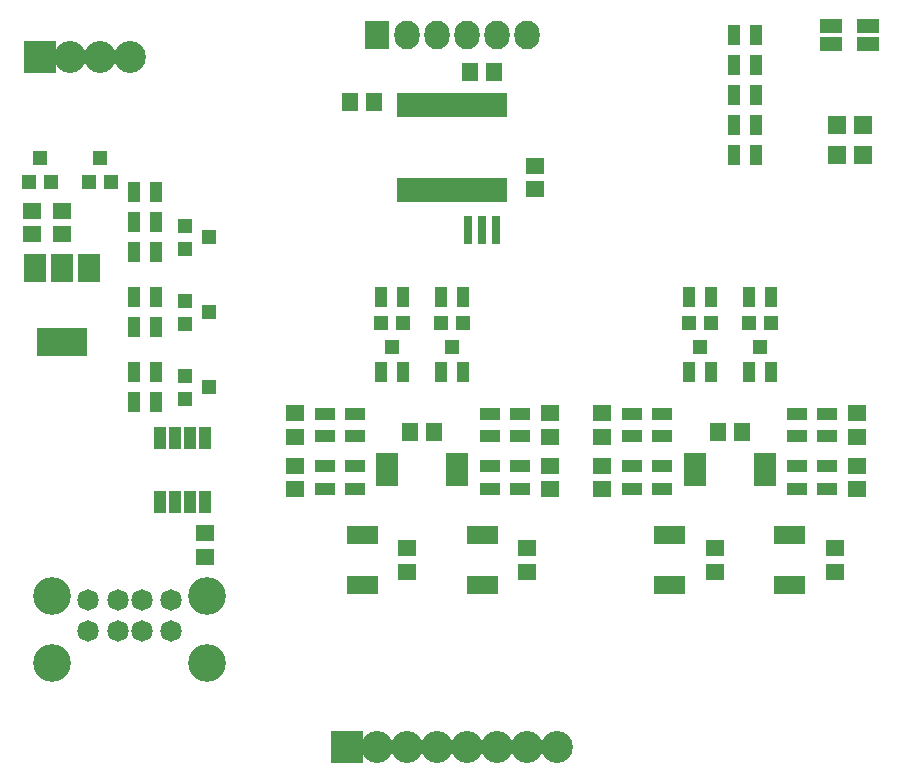
<source format=gts>
G04 #@! TF.FileFunction,Soldermask,Top*
%FSLAX46Y46*%
G04 Gerber Fmt 4.6, Leading zero omitted, Abs format (unit mm)*
G04 Created by KiCad (PCBNEW 4.0.2+dfsg1-stable) date Tue 31 Jul 2018 02:10:04 PM EDT*
%MOMM*%
G01*
G04 APERTURE LIST*
%ADD10C,0.127000*%
%ADD11R,1.700000X1.100000*%
%ADD12R,1.300000X1.200000*%
%ADD13R,0.850000X2.150000*%
%ADD14R,1.100000X1.700000*%
%ADD15R,1.650000X1.400000*%
%ADD16R,1.400000X1.650000*%
%ADD17R,1.600000X1.600000*%
%ADD18R,2.700000X2.700000*%
%ADD19C,2.700000*%
%ADD20R,1.200000X1.300000*%
%ADD21R,1.850000X0.850000*%
%ADD22R,0.800000X1.500000*%
%ADD23R,1.900000X1.300000*%
%ADD24C,1.820000*%
%ADD25C,3.200000*%
%ADD26R,1.000000X1.950000*%
%ADD27R,4.200000X2.400000*%
%ADD28R,1.900000X2.400000*%
%ADD29R,0.800000X2.400000*%
%ADD30R,2.127200X2.432000*%
%ADD31O,2.127200X2.432000*%
G04 APERTURE END LIST*
D10*
D11*
X29210000Y28895000D03*
X29210000Y30795000D03*
D12*
X17415000Y51115000D03*
X17415000Y49215000D03*
X19415000Y50165000D03*
D13*
X35780000Y54185000D03*
X36430000Y54185000D03*
X37080000Y54185000D03*
X37730000Y54185000D03*
X38380000Y54185000D03*
X39030000Y54185000D03*
X39680000Y54185000D03*
X40330000Y54185000D03*
X40980000Y54185000D03*
X41630000Y54185000D03*
X42280000Y54185000D03*
X42930000Y54185000D03*
X43580000Y54185000D03*
X44230000Y54185000D03*
X44230000Y61385000D03*
X43580000Y61385000D03*
X42930000Y61385000D03*
X42280000Y61385000D03*
X41630000Y61385000D03*
X40980000Y61385000D03*
X40330000Y61385000D03*
X39680000Y61385000D03*
X39030000Y61385000D03*
X38380000Y61385000D03*
X37730000Y61385000D03*
X37080000Y61385000D03*
X36430000Y61385000D03*
X35780000Y61385000D03*
D14*
X61910000Y45085000D03*
X60010000Y45085000D03*
X13020000Y48895000D03*
X14920000Y48895000D03*
X14920000Y51435000D03*
X13020000Y51435000D03*
X13020000Y53975000D03*
X14920000Y53975000D03*
D15*
X46990000Y56245000D03*
X46990000Y54245000D03*
D16*
X33385000Y61595000D03*
X31385000Y61595000D03*
X38465000Y33655000D03*
X36465000Y33655000D03*
X41545000Y64135000D03*
X43545000Y64135000D03*
D15*
X26670000Y35290000D03*
X26670000Y33290000D03*
X48260000Y35290000D03*
X48260000Y33290000D03*
X26670000Y28845000D03*
X26670000Y30845000D03*
X48260000Y28845000D03*
X48260000Y30845000D03*
D16*
X64500000Y33655000D03*
X62500000Y33655000D03*
D15*
X4445000Y50435000D03*
X4445000Y52435000D03*
X52705000Y35290000D03*
X52705000Y33290000D03*
X74295000Y35290000D03*
X74295000Y33290000D03*
X52705000Y28845000D03*
X52705000Y30845000D03*
X74295000Y28845000D03*
X74295000Y30845000D03*
X36195000Y21860000D03*
X36195000Y23860000D03*
X46355000Y21860000D03*
X46355000Y23860000D03*
X62230000Y21860000D03*
X62230000Y23860000D03*
X72390000Y21860000D03*
X72390000Y23860000D03*
X6985000Y50435000D03*
X6985000Y52435000D03*
X19050000Y25130000D03*
X19050000Y23130000D03*
D17*
X72560000Y59690000D03*
X74760000Y59690000D03*
X72560000Y57150000D03*
X74760000Y57150000D03*
D18*
X31115000Y6985000D03*
D19*
X33655000Y6985000D03*
X36195000Y6985000D03*
X38735000Y6985000D03*
X41275000Y6985000D03*
X43815000Y6985000D03*
X46355000Y6985000D03*
X48895000Y6985000D03*
D18*
X5080000Y65405000D03*
D19*
X7620000Y65405000D03*
X10160000Y65405000D03*
X12700000Y65405000D03*
D20*
X4130000Y54880000D03*
X6030000Y54880000D03*
X5080000Y56880000D03*
X9210000Y54880000D03*
X11110000Y54880000D03*
X10160000Y56880000D03*
X35875000Y42910000D03*
X33975000Y42910000D03*
X34925000Y40910000D03*
X61910000Y42910000D03*
X60010000Y42910000D03*
X60960000Y40910000D03*
X40955000Y42910000D03*
X39055000Y42910000D03*
X40005000Y40910000D03*
X66990000Y42910000D03*
X65090000Y42910000D03*
X66040000Y40910000D03*
D12*
X17415000Y44765000D03*
X17415000Y42865000D03*
X19415000Y43815000D03*
X17415000Y38415000D03*
X17415000Y36515000D03*
X19415000Y37465000D03*
D11*
X31750000Y28895000D03*
X31750000Y30795000D03*
X43180000Y28895000D03*
X43180000Y30795000D03*
X45720000Y28895000D03*
X45720000Y30795000D03*
X31750000Y35240000D03*
X31750000Y33340000D03*
X29210000Y33340000D03*
X29210000Y35240000D03*
X43180000Y35240000D03*
X43180000Y33340000D03*
X45720000Y33340000D03*
X45720000Y35240000D03*
X57785000Y28895000D03*
X57785000Y30795000D03*
X55245000Y28895000D03*
X55245000Y30795000D03*
X69215000Y28895000D03*
X69215000Y30795000D03*
X71755000Y28895000D03*
X71755000Y30795000D03*
X57785000Y35240000D03*
X57785000Y33340000D03*
X55245000Y33340000D03*
X55245000Y35240000D03*
X69215000Y35240000D03*
X69215000Y33340000D03*
X71755000Y33340000D03*
X71755000Y35240000D03*
D14*
X65720000Y64770000D03*
X63820000Y64770000D03*
X65720000Y62230000D03*
X63820000Y62230000D03*
X65720000Y67310000D03*
X63820000Y67310000D03*
X63820000Y59690000D03*
X65720000Y59690000D03*
X63820000Y57150000D03*
X65720000Y57150000D03*
X35875000Y45085000D03*
X33975000Y45085000D03*
X35875000Y38735000D03*
X33975000Y38735000D03*
X61910000Y38735000D03*
X60010000Y38735000D03*
X40955000Y45085000D03*
X39055000Y45085000D03*
X66990000Y45085000D03*
X65090000Y45085000D03*
X13020000Y45085000D03*
X14920000Y45085000D03*
X13020000Y38735000D03*
X14920000Y38735000D03*
X39055000Y38735000D03*
X40955000Y38735000D03*
X65090000Y38735000D03*
X66990000Y38735000D03*
X13020000Y42545000D03*
X14920000Y42545000D03*
X13020000Y36195000D03*
X14920000Y36195000D03*
D21*
X34515000Y31455000D03*
X34515000Y30805000D03*
X34515000Y30155000D03*
X34515000Y29505000D03*
X40415000Y29505000D03*
X40415000Y30155000D03*
X40415000Y30805000D03*
X40415000Y31455000D03*
X60550000Y31455000D03*
X60550000Y30805000D03*
X60550000Y30155000D03*
X60550000Y29505000D03*
X66450000Y29505000D03*
X66450000Y30155000D03*
X66450000Y30805000D03*
X66450000Y31455000D03*
D22*
X31410000Y20710000D03*
X32060000Y20710000D03*
X32710000Y20710000D03*
X33360000Y20710000D03*
X33360000Y25010000D03*
X32710000Y25010000D03*
X32060000Y25010000D03*
X31410000Y25010000D03*
X57445000Y20710000D03*
X58095000Y20710000D03*
X58745000Y20710000D03*
X59395000Y20710000D03*
X59395000Y25010000D03*
X58745000Y25010000D03*
X58095000Y25010000D03*
X57445000Y25010000D03*
X41570000Y20710000D03*
X42220000Y20710000D03*
X42870000Y20710000D03*
X43520000Y20710000D03*
X43520000Y25010000D03*
X42870000Y25010000D03*
X42220000Y25010000D03*
X41570000Y25010000D03*
X67605000Y20710000D03*
X68255000Y20710000D03*
X68905000Y20710000D03*
X69555000Y20710000D03*
X69555000Y25010000D03*
X68905000Y25010000D03*
X68255000Y25010000D03*
X67605000Y25010000D03*
D23*
X75210000Y66560000D03*
X75210000Y68060000D03*
X72110000Y68060000D03*
X72110000Y66560000D03*
D24*
X9200000Y19440005D03*
X11700000Y19440005D03*
X13700000Y19440005D03*
X16200000Y19440005D03*
X9200000Y16820005D03*
X11700000Y16820005D03*
X13700000Y16820005D03*
X16200000Y16820005D03*
D25*
X19270000Y14110005D03*
X19270000Y19790005D03*
X6130000Y19790005D03*
X6130000Y14110005D03*
D26*
X19050000Y33180000D03*
X17780000Y33180000D03*
X16510000Y33180000D03*
X15240000Y33180000D03*
X15240000Y27780000D03*
X16510000Y27780000D03*
X17780000Y27780000D03*
X19050000Y27780000D03*
D27*
X6985000Y41300000D03*
D28*
X6985000Y47600000D03*
X4685000Y47600000D03*
X9285000Y47600000D03*
D29*
X42545000Y50800000D03*
X41345000Y50800000D03*
X43745000Y50800000D03*
D30*
X33655000Y67310000D03*
D31*
X36195000Y67310000D03*
X38735000Y67310000D03*
X41275000Y67310000D03*
X43815000Y67310000D03*
X46355000Y67310000D03*
M02*

</source>
